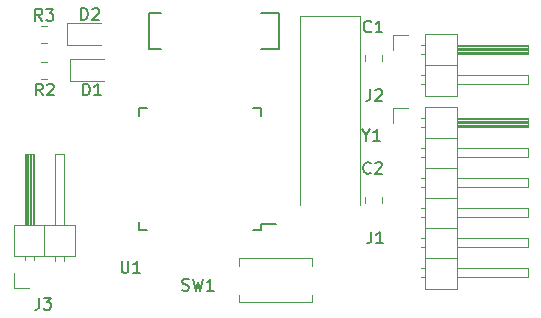
<source format=gbr>
G04 #@! TF.GenerationSoftware,KiCad,Pcbnew,(5.0.2)-1*
G04 #@! TF.CreationDate,2019-10-30T16:47:08+01:00*
G04 #@! TF.ProjectId,pcb_thesis,7063625f-7468-4657-9369-732e6b696361,rev?*
G04 #@! TF.SameCoordinates,Original*
G04 #@! TF.FileFunction,Legend,Top*
G04 #@! TF.FilePolarity,Positive*
%FSLAX46Y46*%
G04 Gerber Fmt 4.6, Leading zero omitted, Abs format (unit mm)*
G04 Created by KiCad (PCBNEW (5.0.2)-1) date 30.10.2019 16:47:08*
%MOMM*%
%LPD*%
G01*
G04 APERTURE LIST*
%ADD10C,0.150000*%
%ADD11C,0.120000*%
%ADD12R,1.700000X0.750000*%
%ADD13R,0.750000X1.700000*%
%ADD14C,0.100000*%
%ADD15C,1.350000*%
%ADD16R,1.900000X1.900000*%
%ADD17O,1.900000X1.900000*%
%ADD18R,2.200000X1.800000*%
%ADD19R,1.724000X1.724000*%
%ADD20R,2.200000X8.075000*%
G04 APERTURE END LIST*
D10*
G04 #@! TO.C,U1*
X145383000Y-80359000D02*
X145383000Y-79784000D01*
X135033000Y-80359000D02*
X135033000Y-79684000D01*
X135033000Y-70009000D02*
X135033000Y-70684000D01*
X145383000Y-70009000D02*
X145383000Y-70684000D01*
X145383000Y-80359000D02*
X144708000Y-80359000D01*
X145383000Y-70009000D02*
X144708000Y-70009000D01*
X135033000Y-70009000D02*
X135708000Y-70009000D01*
X135033000Y-80359000D02*
X135708000Y-80359000D01*
X145383000Y-79784000D02*
X146658000Y-79784000D01*
D11*
G04 #@! TO.C,C1*
X155570000Y-65518748D02*
X155570000Y-66041252D01*
X154150000Y-65518748D02*
X154150000Y-66041252D01*
G04 #@! TO.C,C2*
X154170000Y-77528748D02*
X154170000Y-78051252D01*
X155590000Y-77528748D02*
X155590000Y-78051252D01*
G04 #@! TO.C,D1*
X132064000Y-65826000D02*
X129204000Y-65826000D01*
X129204000Y-65826000D02*
X129204000Y-67746000D01*
X129204000Y-67746000D02*
X132064000Y-67746000D01*
G04 #@! TO.C,D2*
X128950000Y-64698000D02*
X131810000Y-64698000D01*
X128950000Y-62778000D02*
X128950000Y-64698000D01*
X131810000Y-62778000D02*
X128950000Y-62778000D01*
G04 #@! TO.C,J1*
X159260000Y-69920000D02*
X159260000Y-85280000D01*
X159260000Y-85280000D02*
X161920000Y-85280000D01*
X161920000Y-85280000D02*
X161920000Y-69920000D01*
X161920000Y-69920000D02*
X159260000Y-69920000D01*
X161920000Y-70870000D02*
X167920000Y-70870000D01*
X167920000Y-70870000D02*
X167920000Y-71630000D01*
X167920000Y-71630000D02*
X161920000Y-71630000D01*
X161920000Y-70930000D02*
X167920000Y-70930000D01*
X161920000Y-71050000D02*
X167920000Y-71050000D01*
X161920000Y-71170000D02*
X167920000Y-71170000D01*
X161920000Y-71290000D02*
X167920000Y-71290000D01*
X161920000Y-71410000D02*
X167920000Y-71410000D01*
X161920000Y-71530000D02*
X167920000Y-71530000D01*
X158930000Y-70870000D02*
X159260000Y-70870000D01*
X158930000Y-71630000D02*
X159260000Y-71630000D01*
X159260000Y-72520000D02*
X161920000Y-72520000D01*
X161920000Y-73410000D02*
X167920000Y-73410000D01*
X167920000Y-73410000D02*
X167920000Y-74170000D01*
X167920000Y-74170000D02*
X161920000Y-74170000D01*
X158862929Y-73410000D02*
X159260000Y-73410000D01*
X158862929Y-74170000D02*
X159260000Y-74170000D01*
X159260000Y-75060000D02*
X161920000Y-75060000D01*
X161920000Y-75950000D02*
X167920000Y-75950000D01*
X167920000Y-75950000D02*
X167920000Y-76710000D01*
X167920000Y-76710000D02*
X161920000Y-76710000D01*
X158862929Y-75950000D02*
X159260000Y-75950000D01*
X158862929Y-76710000D02*
X159260000Y-76710000D01*
X159260000Y-77600000D02*
X161920000Y-77600000D01*
X161920000Y-78490000D02*
X167920000Y-78490000D01*
X167920000Y-78490000D02*
X167920000Y-79250000D01*
X167920000Y-79250000D02*
X161920000Y-79250000D01*
X158862929Y-78490000D02*
X159260000Y-78490000D01*
X158862929Y-79250000D02*
X159260000Y-79250000D01*
X159260000Y-80140000D02*
X161920000Y-80140000D01*
X161920000Y-81030000D02*
X167920000Y-81030000D01*
X167920000Y-81030000D02*
X167920000Y-81790000D01*
X167920000Y-81790000D02*
X161920000Y-81790000D01*
X158862929Y-81030000D02*
X159260000Y-81030000D01*
X158862929Y-81790000D02*
X159260000Y-81790000D01*
X159260000Y-82680000D02*
X161920000Y-82680000D01*
X161920000Y-83570000D02*
X167920000Y-83570000D01*
X167920000Y-83570000D02*
X167920000Y-84330000D01*
X167920000Y-84330000D02*
X161920000Y-84330000D01*
X158862929Y-83570000D02*
X159260000Y-83570000D01*
X158862929Y-84330000D02*
X159260000Y-84330000D01*
X156550000Y-71250000D02*
X156550000Y-69980000D01*
X156550000Y-69980000D02*
X157820000Y-69980000D01*
G04 #@! TO.C,J2*
X156550000Y-63800000D02*
X157820000Y-63800000D01*
X156550000Y-65070000D02*
X156550000Y-63800000D01*
X158862929Y-67990000D02*
X159260000Y-67990000D01*
X158862929Y-67230000D02*
X159260000Y-67230000D01*
X167920000Y-67990000D02*
X161920000Y-67990000D01*
X167920000Y-67230000D02*
X167920000Y-67990000D01*
X161920000Y-67230000D02*
X167920000Y-67230000D01*
X159260000Y-66340000D02*
X161920000Y-66340000D01*
X158930000Y-65450000D02*
X159260000Y-65450000D01*
X158930000Y-64690000D02*
X159260000Y-64690000D01*
X161920000Y-65350000D02*
X167920000Y-65350000D01*
X161920000Y-65230000D02*
X167920000Y-65230000D01*
X161920000Y-65110000D02*
X167920000Y-65110000D01*
X161920000Y-64990000D02*
X167920000Y-64990000D01*
X161920000Y-64870000D02*
X167920000Y-64870000D01*
X161920000Y-64750000D02*
X167920000Y-64750000D01*
X167920000Y-65450000D02*
X161920000Y-65450000D01*
X167920000Y-64690000D02*
X167920000Y-65450000D01*
X161920000Y-64690000D02*
X167920000Y-64690000D01*
X161920000Y-63740000D02*
X159260000Y-63740000D01*
X161920000Y-68940000D02*
X161920000Y-63740000D01*
X159260000Y-68940000D02*
X161920000Y-68940000D01*
X159260000Y-63740000D02*
X159260000Y-68940000D01*
G04 #@! TO.C,J3*
X124400000Y-82560000D02*
X129600000Y-82560000D01*
X129600000Y-82560000D02*
X129600000Y-79900000D01*
X129600000Y-79900000D02*
X124400000Y-79900000D01*
X124400000Y-79900000D02*
X124400000Y-82560000D01*
X125350000Y-79900000D02*
X125350000Y-73900000D01*
X125350000Y-73900000D02*
X126110000Y-73900000D01*
X126110000Y-73900000D02*
X126110000Y-79900000D01*
X125410000Y-79900000D02*
X125410000Y-73900000D01*
X125530000Y-79900000D02*
X125530000Y-73900000D01*
X125650000Y-79900000D02*
X125650000Y-73900000D01*
X125770000Y-79900000D02*
X125770000Y-73900000D01*
X125890000Y-79900000D02*
X125890000Y-73900000D01*
X126010000Y-79900000D02*
X126010000Y-73900000D01*
X125350000Y-82890000D02*
X125350000Y-82560000D01*
X126110000Y-82890000D02*
X126110000Y-82560000D01*
X127000000Y-82560000D02*
X127000000Y-79900000D01*
X127890000Y-79900000D02*
X127890000Y-73900000D01*
X127890000Y-73900000D02*
X128650000Y-73900000D01*
X128650000Y-73900000D02*
X128650000Y-79900000D01*
X127890000Y-82957071D02*
X127890000Y-82560000D01*
X128650000Y-82957071D02*
X128650000Y-82560000D01*
X125730000Y-85270000D02*
X124460000Y-85270000D01*
X124460000Y-85270000D02*
X124460000Y-84000000D01*
G04 #@! TO.C,R2*
X127261252Y-67496000D02*
X126738748Y-67496000D01*
X127261252Y-66076000D02*
X126738748Y-66076000D01*
G04 #@! TO.C,R3*
X127261252Y-64448000D02*
X126738748Y-64448000D01*
X127261252Y-63028000D02*
X126738748Y-63028000D01*
G04 #@! TO.C,SW1*
X143458000Y-86432000D02*
X143458000Y-85782000D01*
X143458000Y-82732000D02*
X143458000Y-83382000D01*
X149658000Y-83382000D02*
X149658000Y-82732000D01*
X149658000Y-86432000D02*
X149658000Y-85782000D01*
X143458000Y-86432000D02*
X149658000Y-86432000D01*
X149658000Y-82732000D02*
X143458000Y-82732000D01*
D10*
G04 #@! TO.C,SW3*
X145350000Y-64980000D02*
X146350000Y-64980000D01*
X146350000Y-64980000D02*
X146850000Y-64980000D01*
X146850000Y-64980000D02*
X146850000Y-61980000D01*
X146850000Y-61980000D02*
X145350000Y-61980000D01*
X136850000Y-64980000D02*
X135850000Y-64980000D01*
X135850000Y-64980000D02*
X135850000Y-61980000D01*
X135850000Y-61980000D02*
X136850000Y-61980000D01*
D11*
G04 #@! TO.C,Y1*
X153720000Y-78210000D02*
X153720000Y-62235000D01*
X153720000Y-62235000D02*
X148620000Y-62235000D01*
X148620000Y-62235000D02*
X148620000Y-78210000D01*
G04 #@! TO.C,U1*
D10*
X133548095Y-82952380D02*
X133548095Y-83761904D01*
X133595714Y-83857142D01*
X133643333Y-83904761D01*
X133738571Y-83952380D01*
X133929047Y-83952380D01*
X134024285Y-83904761D01*
X134071904Y-83857142D01*
X134119523Y-83761904D01*
X134119523Y-82952380D01*
X135119523Y-83952380D02*
X134548095Y-83952380D01*
X134833809Y-83952380D02*
X134833809Y-82952380D01*
X134738571Y-83095238D01*
X134643333Y-83190476D01*
X134548095Y-83238095D01*
G04 #@! TO.C,C1*
X154669333Y-63501142D02*
X154621714Y-63548761D01*
X154478857Y-63596380D01*
X154383619Y-63596380D01*
X154240761Y-63548761D01*
X154145523Y-63453523D01*
X154097904Y-63358285D01*
X154050285Y-63167809D01*
X154050285Y-63024952D01*
X154097904Y-62834476D01*
X154145523Y-62739238D01*
X154240761Y-62644000D01*
X154383619Y-62596380D01*
X154478857Y-62596380D01*
X154621714Y-62644000D01*
X154669333Y-62691619D01*
X155621714Y-63596380D02*
X155050285Y-63596380D01*
X155336000Y-63596380D02*
X155336000Y-62596380D01*
X155240761Y-62739238D01*
X155145523Y-62834476D01*
X155050285Y-62882095D01*
G04 #@! TO.C,C2*
X154629333Y-75473142D02*
X154581714Y-75520761D01*
X154438857Y-75568380D01*
X154343619Y-75568380D01*
X154200761Y-75520761D01*
X154105523Y-75425523D01*
X154057904Y-75330285D01*
X154010285Y-75139809D01*
X154010285Y-74996952D01*
X154057904Y-74806476D01*
X154105523Y-74711238D01*
X154200761Y-74616000D01*
X154343619Y-74568380D01*
X154438857Y-74568380D01*
X154581714Y-74616000D01*
X154629333Y-74663619D01*
X155010285Y-74663619D02*
X155057904Y-74616000D01*
X155153142Y-74568380D01*
X155391238Y-74568380D01*
X155486476Y-74616000D01*
X155534095Y-74663619D01*
X155581714Y-74758857D01*
X155581714Y-74854095D01*
X155534095Y-74996952D01*
X154962666Y-75568380D01*
X155581714Y-75568380D01*
G04 #@! TO.C,D1*
X130271904Y-68922380D02*
X130271904Y-67922380D01*
X130510000Y-67922380D01*
X130652857Y-67970000D01*
X130748095Y-68065238D01*
X130795714Y-68160476D01*
X130843333Y-68350952D01*
X130843333Y-68493809D01*
X130795714Y-68684285D01*
X130748095Y-68779523D01*
X130652857Y-68874761D01*
X130510000Y-68922380D01*
X130271904Y-68922380D01*
X131795714Y-68922380D02*
X131224285Y-68922380D01*
X131510000Y-68922380D02*
X131510000Y-67922380D01*
X131414761Y-68065238D01*
X131319523Y-68160476D01*
X131224285Y-68208095D01*
G04 #@! TO.C,D2*
X130121904Y-62532380D02*
X130121904Y-61532380D01*
X130360000Y-61532380D01*
X130502857Y-61580000D01*
X130598095Y-61675238D01*
X130645714Y-61770476D01*
X130693333Y-61960952D01*
X130693333Y-62103809D01*
X130645714Y-62294285D01*
X130598095Y-62389523D01*
X130502857Y-62484761D01*
X130360000Y-62532380D01*
X130121904Y-62532380D01*
X131074285Y-61627619D02*
X131121904Y-61580000D01*
X131217142Y-61532380D01*
X131455238Y-61532380D01*
X131550476Y-61580000D01*
X131598095Y-61627619D01*
X131645714Y-61722857D01*
X131645714Y-61818095D01*
X131598095Y-61960952D01*
X131026666Y-62532380D01*
X131645714Y-62532380D01*
G04 #@! TO.C,J1*
X154666666Y-80452380D02*
X154666666Y-81166666D01*
X154619047Y-81309523D01*
X154523809Y-81404761D01*
X154380952Y-81452380D01*
X154285714Y-81452380D01*
X155666666Y-81452380D02*
X155095238Y-81452380D01*
X155380952Y-81452380D02*
X155380952Y-80452380D01*
X155285714Y-80595238D01*
X155190476Y-80690476D01*
X155095238Y-80738095D01*
G04 #@! TO.C,J2*
X154606666Y-68382380D02*
X154606666Y-69096666D01*
X154559047Y-69239523D01*
X154463809Y-69334761D01*
X154320952Y-69382380D01*
X154225714Y-69382380D01*
X155035238Y-68477619D02*
X155082857Y-68430000D01*
X155178095Y-68382380D01*
X155416190Y-68382380D01*
X155511428Y-68430000D01*
X155559047Y-68477619D01*
X155606666Y-68572857D01*
X155606666Y-68668095D01*
X155559047Y-68810952D01*
X154987619Y-69382380D01*
X155606666Y-69382380D01*
G04 #@! TO.C,J3*
X126556666Y-86052380D02*
X126556666Y-86766666D01*
X126509047Y-86909523D01*
X126413809Y-87004761D01*
X126270952Y-87052380D01*
X126175714Y-87052380D01*
X126937619Y-86052380D02*
X127556666Y-86052380D01*
X127223333Y-86433333D01*
X127366190Y-86433333D01*
X127461428Y-86480952D01*
X127509047Y-86528571D01*
X127556666Y-86623809D01*
X127556666Y-86861904D01*
X127509047Y-86957142D01*
X127461428Y-87004761D01*
X127366190Y-87052380D01*
X127080476Y-87052380D01*
X126985238Y-87004761D01*
X126937619Y-86957142D01*
G04 #@! TO.C,R2*
X126853333Y-68922380D02*
X126520000Y-68446190D01*
X126281904Y-68922380D02*
X126281904Y-67922380D01*
X126662857Y-67922380D01*
X126758095Y-67970000D01*
X126805714Y-68017619D01*
X126853333Y-68112857D01*
X126853333Y-68255714D01*
X126805714Y-68350952D01*
X126758095Y-68398571D01*
X126662857Y-68446190D01*
X126281904Y-68446190D01*
X127234285Y-68017619D02*
X127281904Y-67970000D01*
X127377142Y-67922380D01*
X127615238Y-67922380D01*
X127710476Y-67970000D01*
X127758095Y-68017619D01*
X127805714Y-68112857D01*
X127805714Y-68208095D01*
X127758095Y-68350952D01*
X127186666Y-68922380D01*
X127805714Y-68922380D01*
G04 #@! TO.C,R3*
X126823333Y-62592380D02*
X126490000Y-62116190D01*
X126251904Y-62592380D02*
X126251904Y-61592380D01*
X126632857Y-61592380D01*
X126728095Y-61640000D01*
X126775714Y-61687619D01*
X126823333Y-61782857D01*
X126823333Y-61925714D01*
X126775714Y-62020952D01*
X126728095Y-62068571D01*
X126632857Y-62116190D01*
X126251904Y-62116190D01*
X127156666Y-61592380D02*
X127775714Y-61592380D01*
X127442380Y-61973333D01*
X127585238Y-61973333D01*
X127680476Y-62020952D01*
X127728095Y-62068571D01*
X127775714Y-62163809D01*
X127775714Y-62401904D01*
X127728095Y-62497142D01*
X127680476Y-62544761D01*
X127585238Y-62592380D01*
X127299523Y-62592380D01*
X127204285Y-62544761D01*
X127156666Y-62497142D01*
G04 #@! TO.C,SW1*
X138666666Y-85404761D02*
X138809523Y-85452380D01*
X139047619Y-85452380D01*
X139142857Y-85404761D01*
X139190476Y-85357142D01*
X139238095Y-85261904D01*
X139238095Y-85166666D01*
X139190476Y-85071428D01*
X139142857Y-85023809D01*
X139047619Y-84976190D01*
X138857142Y-84928571D01*
X138761904Y-84880952D01*
X138714285Y-84833333D01*
X138666666Y-84738095D01*
X138666666Y-84642857D01*
X138714285Y-84547619D01*
X138761904Y-84500000D01*
X138857142Y-84452380D01*
X139095238Y-84452380D01*
X139238095Y-84500000D01*
X139571428Y-84452380D02*
X139809523Y-85452380D01*
X140000000Y-84738095D01*
X140190476Y-85452380D01*
X140428571Y-84452380D01*
X141333333Y-85452380D02*
X140761904Y-85452380D01*
X141047619Y-85452380D02*
X141047619Y-84452380D01*
X140952380Y-84595238D01*
X140857142Y-84690476D01*
X140761904Y-84738095D01*
G04 #@! TO.C,Y1*
X154243809Y-72286190D02*
X154243809Y-72762380D01*
X153910476Y-71762380D02*
X154243809Y-72286190D01*
X154577142Y-71762380D01*
X155434285Y-72762380D02*
X154862857Y-72762380D01*
X155148571Y-72762380D02*
X155148571Y-71762380D01*
X155053333Y-71905238D01*
X154958095Y-72000476D01*
X154862857Y-72048095D01*
G04 #@! TD*
%LPC*%
D12*
G04 #@! TO.C,U1*
X145908000Y-79184000D03*
X145908000Y-78384000D03*
X145908000Y-77584000D03*
X145908000Y-76784000D03*
X145908000Y-75984000D03*
X145908000Y-75184000D03*
X145908000Y-74384000D03*
X145908000Y-73584000D03*
X145908000Y-72784000D03*
X145908000Y-71984000D03*
X145908000Y-71184000D03*
D13*
X144208000Y-69484000D03*
X143408000Y-69484000D03*
X142608000Y-69484000D03*
X141808000Y-69484000D03*
X141008000Y-69484000D03*
X140208000Y-69484000D03*
X139408000Y-69484000D03*
X138608000Y-69484000D03*
X137808000Y-69484000D03*
X137008000Y-69484000D03*
X136208000Y-69484000D03*
D12*
X134508000Y-71184000D03*
X134508000Y-71984000D03*
X134508000Y-72784000D03*
X134508000Y-73584000D03*
X134508000Y-74384000D03*
X134508000Y-75184000D03*
X134508000Y-75984000D03*
X134508000Y-76784000D03*
X134508000Y-77584000D03*
X134508000Y-78384000D03*
X134508000Y-79184000D03*
D13*
X136208000Y-80884000D03*
X137008000Y-80884000D03*
X137808000Y-80884000D03*
X138608000Y-80884000D03*
X139408000Y-80884000D03*
X140208000Y-80884000D03*
X141008000Y-80884000D03*
X141808000Y-80884000D03*
X142608000Y-80884000D03*
X143408000Y-80884000D03*
X144208000Y-80884000D03*
G04 #@! TD*
D14*
G04 #@! TO.C,C1*
G36*
X155395289Y-64081413D02*
X155423778Y-64085639D01*
X155451715Y-64092637D01*
X155478832Y-64102340D01*
X155504867Y-64114653D01*
X155529570Y-64129460D01*
X155552703Y-64146616D01*
X155574043Y-64165957D01*
X155593384Y-64187297D01*
X155610540Y-64210430D01*
X155625347Y-64235133D01*
X155637660Y-64261168D01*
X155647363Y-64288285D01*
X155654361Y-64316222D01*
X155658587Y-64344711D01*
X155660000Y-64373477D01*
X155660000Y-65136523D01*
X155658587Y-65165289D01*
X155654361Y-65193778D01*
X155647363Y-65221715D01*
X155637660Y-65248832D01*
X155625347Y-65274867D01*
X155610540Y-65299570D01*
X155593384Y-65322703D01*
X155574043Y-65344043D01*
X155552703Y-65363384D01*
X155529570Y-65380540D01*
X155504867Y-65395347D01*
X155478832Y-65407660D01*
X155451715Y-65417363D01*
X155423778Y-65424361D01*
X155395289Y-65428587D01*
X155366523Y-65430000D01*
X154353477Y-65430000D01*
X154324711Y-65428587D01*
X154296222Y-65424361D01*
X154268285Y-65417363D01*
X154241168Y-65407660D01*
X154215133Y-65395347D01*
X154190430Y-65380540D01*
X154167297Y-65363384D01*
X154145957Y-65344043D01*
X154126616Y-65322703D01*
X154109460Y-65299570D01*
X154094653Y-65274867D01*
X154082340Y-65248832D01*
X154072637Y-65221715D01*
X154065639Y-65193778D01*
X154061413Y-65165289D01*
X154060000Y-65136523D01*
X154060000Y-64373477D01*
X154061413Y-64344711D01*
X154065639Y-64316222D01*
X154072637Y-64288285D01*
X154082340Y-64261168D01*
X154094653Y-64235133D01*
X154109460Y-64210430D01*
X154126616Y-64187297D01*
X154145957Y-64165957D01*
X154167297Y-64146616D01*
X154190430Y-64129460D01*
X154215133Y-64114653D01*
X154241168Y-64102340D01*
X154268285Y-64092637D01*
X154296222Y-64085639D01*
X154324711Y-64081413D01*
X154353477Y-64080000D01*
X155366523Y-64080000D01*
X155395289Y-64081413D01*
X155395289Y-64081413D01*
G37*
D15*
X154860000Y-64755000D03*
D14*
G36*
X155395289Y-66131413D02*
X155423778Y-66135639D01*
X155451715Y-66142637D01*
X155478832Y-66152340D01*
X155504867Y-66164653D01*
X155529570Y-66179460D01*
X155552703Y-66196616D01*
X155574043Y-66215957D01*
X155593384Y-66237297D01*
X155610540Y-66260430D01*
X155625347Y-66285133D01*
X155637660Y-66311168D01*
X155647363Y-66338285D01*
X155654361Y-66366222D01*
X155658587Y-66394711D01*
X155660000Y-66423477D01*
X155660000Y-67186523D01*
X155658587Y-67215289D01*
X155654361Y-67243778D01*
X155647363Y-67271715D01*
X155637660Y-67298832D01*
X155625347Y-67324867D01*
X155610540Y-67349570D01*
X155593384Y-67372703D01*
X155574043Y-67394043D01*
X155552703Y-67413384D01*
X155529570Y-67430540D01*
X155504867Y-67445347D01*
X155478832Y-67457660D01*
X155451715Y-67467363D01*
X155423778Y-67474361D01*
X155395289Y-67478587D01*
X155366523Y-67480000D01*
X154353477Y-67480000D01*
X154324711Y-67478587D01*
X154296222Y-67474361D01*
X154268285Y-67467363D01*
X154241168Y-67457660D01*
X154215133Y-67445347D01*
X154190430Y-67430540D01*
X154167297Y-67413384D01*
X154145957Y-67394043D01*
X154126616Y-67372703D01*
X154109460Y-67349570D01*
X154094653Y-67324867D01*
X154082340Y-67298832D01*
X154072637Y-67271715D01*
X154065639Y-67243778D01*
X154061413Y-67215289D01*
X154060000Y-67186523D01*
X154060000Y-66423477D01*
X154061413Y-66394711D01*
X154065639Y-66366222D01*
X154072637Y-66338285D01*
X154082340Y-66311168D01*
X154094653Y-66285133D01*
X154109460Y-66260430D01*
X154126616Y-66237297D01*
X154145957Y-66215957D01*
X154167297Y-66196616D01*
X154190430Y-66179460D01*
X154215133Y-66164653D01*
X154241168Y-66152340D01*
X154268285Y-66142637D01*
X154296222Y-66135639D01*
X154324711Y-66131413D01*
X154353477Y-66130000D01*
X155366523Y-66130000D01*
X155395289Y-66131413D01*
X155395289Y-66131413D01*
G37*
D15*
X154860000Y-66805000D03*
G04 #@! TD*
D14*
G04 #@! TO.C,C2*
G36*
X155415289Y-78141413D02*
X155443778Y-78145639D01*
X155471715Y-78152637D01*
X155498832Y-78162340D01*
X155524867Y-78174653D01*
X155549570Y-78189460D01*
X155572703Y-78206616D01*
X155594043Y-78225957D01*
X155613384Y-78247297D01*
X155630540Y-78270430D01*
X155645347Y-78295133D01*
X155657660Y-78321168D01*
X155667363Y-78348285D01*
X155674361Y-78376222D01*
X155678587Y-78404711D01*
X155680000Y-78433477D01*
X155680000Y-79196523D01*
X155678587Y-79225289D01*
X155674361Y-79253778D01*
X155667363Y-79281715D01*
X155657660Y-79308832D01*
X155645347Y-79334867D01*
X155630540Y-79359570D01*
X155613384Y-79382703D01*
X155594043Y-79404043D01*
X155572703Y-79423384D01*
X155549570Y-79440540D01*
X155524867Y-79455347D01*
X155498832Y-79467660D01*
X155471715Y-79477363D01*
X155443778Y-79484361D01*
X155415289Y-79488587D01*
X155386523Y-79490000D01*
X154373477Y-79490000D01*
X154344711Y-79488587D01*
X154316222Y-79484361D01*
X154288285Y-79477363D01*
X154261168Y-79467660D01*
X154235133Y-79455347D01*
X154210430Y-79440540D01*
X154187297Y-79423384D01*
X154165957Y-79404043D01*
X154146616Y-79382703D01*
X154129460Y-79359570D01*
X154114653Y-79334867D01*
X154102340Y-79308832D01*
X154092637Y-79281715D01*
X154085639Y-79253778D01*
X154081413Y-79225289D01*
X154080000Y-79196523D01*
X154080000Y-78433477D01*
X154081413Y-78404711D01*
X154085639Y-78376222D01*
X154092637Y-78348285D01*
X154102340Y-78321168D01*
X154114653Y-78295133D01*
X154129460Y-78270430D01*
X154146616Y-78247297D01*
X154165957Y-78225957D01*
X154187297Y-78206616D01*
X154210430Y-78189460D01*
X154235133Y-78174653D01*
X154261168Y-78162340D01*
X154288285Y-78152637D01*
X154316222Y-78145639D01*
X154344711Y-78141413D01*
X154373477Y-78140000D01*
X155386523Y-78140000D01*
X155415289Y-78141413D01*
X155415289Y-78141413D01*
G37*
D15*
X154880000Y-78815000D03*
D14*
G36*
X155415289Y-76091413D02*
X155443778Y-76095639D01*
X155471715Y-76102637D01*
X155498832Y-76112340D01*
X155524867Y-76124653D01*
X155549570Y-76139460D01*
X155572703Y-76156616D01*
X155594043Y-76175957D01*
X155613384Y-76197297D01*
X155630540Y-76220430D01*
X155645347Y-76245133D01*
X155657660Y-76271168D01*
X155667363Y-76298285D01*
X155674361Y-76326222D01*
X155678587Y-76354711D01*
X155680000Y-76383477D01*
X155680000Y-77146523D01*
X155678587Y-77175289D01*
X155674361Y-77203778D01*
X155667363Y-77231715D01*
X155657660Y-77258832D01*
X155645347Y-77284867D01*
X155630540Y-77309570D01*
X155613384Y-77332703D01*
X155594043Y-77354043D01*
X155572703Y-77373384D01*
X155549570Y-77390540D01*
X155524867Y-77405347D01*
X155498832Y-77417660D01*
X155471715Y-77427363D01*
X155443778Y-77434361D01*
X155415289Y-77438587D01*
X155386523Y-77440000D01*
X154373477Y-77440000D01*
X154344711Y-77438587D01*
X154316222Y-77434361D01*
X154288285Y-77427363D01*
X154261168Y-77417660D01*
X154235133Y-77405347D01*
X154210430Y-77390540D01*
X154187297Y-77373384D01*
X154165957Y-77354043D01*
X154146616Y-77332703D01*
X154129460Y-77309570D01*
X154114653Y-77284867D01*
X154102340Y-77258832D01*
X154092637Y-77231715D01*
X154085639Y-77203778D01*
X154081413Y-77175289D01*
X154080000Y-77146523D01*
X154080000Y-76383477D01*
X154081413Y-76354711D01*
X154085639Y-76326222D01*
X154092637Y-76298285D01*
X154102340Y-76271168D01*
X154114653Y-76245133D01*
X154129460Y-76220430D01*
X154146616Y-76197297D01*
X154165957Y-76175957D01*
X154187297Y-76156616D01*
X154210430Y-76139460D01*
X154235133Y-76124653D01*
X154261168Y-76112340D01*
X154288285Y-76102637D01*
X154316222Y-76095639D01*
X154344711Y-76091413D01*
X154373477Y-76090000D01*
X155386523Y-76090000D01*
X155415289Y-76091413D01*
X155415289Y-76091413D01*
G37*
D15*
X154880000Y-76765000D03*
G04 #@! TD*
D14*
G04 #@! TO.C,D1*
G36*
X130449289Y-65987413D02*
X130477778Y-65991639D01*
X130505715Y-65998637D01*
X130532832Y-66008340D01*
X130558867Y-66020653D01*
X130583570Y-66035460D01*
X130606703Y-66052616D01*
X130628043Y-66071957D01*
X130647384Y-66093297D01*
X130664540Y-66116430D01*
X130679347Y-66141133D01*
X130691660Y-66167168D01*
X130701363Y-66194285D01*
X130708361Y-66222222D01*
X130712587Y-66250711D01*
X130714000Y-66279477D01*
X130714000Y-67292523D01*
X130712587Y-67321289D01*
X130708361Y-67349778D01*
X130701363Y-67377715D01*
X130691660Y-67404832D01*
X130679347Y-67430867D01*
X130664540Y-67455570D01*
X130647384Y-67478703D01*
X130628043Y-67500043D01*
X130606703Y-67519384D01*
X130583570Y-67536540D01*
X130558867Y-67551347D01*
X130532832Y-67563660D01*
X130505715Y-67573363D01*
X130477778Y-67580361D01*
X130449289Y-67584587D01*
X130420523Y-67586000D01*
X129657477Y-67586000D01*
X129628711Y-67584587D01*
X129600222Y-67580361D01*
X129572285Y-67573363D01*
X129545168Y-67563660D01*
X129519133Y-67551347D01*
X129494430Y-67536540D01*
X129471297Y-67519384D01*
X129449957Y-67500043D01*
X129430616Y-67478703D01*
X129413460Y-67455570D01*
X129398653Y-67430867D01*
X129386340Y-67404832D01*
X129376637Y-67377715D01*
X129369639Y-67349778D01*
X129365413Y-67321289D01*
X129364000Y-67292523D01*
X129364000Y-66279477D01*
X129365413Y-66250711D01*
X129369639Y-66222222D01*
X129376637Y-66194285D01*
X129386340Y-66167168D01*
X129398653Y-66141133D01*
X129413460Y-66116430D01*
X129430616Y-66093297D01*
X129449957Y-66071957D01*
X129471297Y-66052616D01*
X129494430Y-66035460D01*
X129519133Y-66020653D01*
X129545168Y-66008340D01*
X129572285Y-65998637D01*
X129600222Y-65991639D01*
X129628711Y-65987413D01*
X129657477Y-65986000D01*
X130420523Y-65986000D01*
X130449289Y-65987413D01*
X130449289Y-65987413D01*
G37*
D15*
X130039000Y-66786000D03*
D14*
G36*
X132499289Y-65987413D02*
X132527778Y-65991639D01*
X132555715Y-65998637D01*
X132582832Y-66008340D01*
X132608867Y-66020653D01*
X132633570Y-66035460D01*
X132656703Y-66052616D01*
X132678043Y-66071957D01*
X132697384Y-66093297D01*
X132714540Y-66116430D01*
X132729347Y-66141133D01*
X132741660Y-66167168D01*
X132751363Y-66194285D01*
X132758361Y-66222222D01*
X132762587Y-66250711D01*
X132764000Y-66279477D01*
X132764000Y-67292523D01*
X132762587Y-67321289D01*
X132758361Y-67349778D01*
X132751363Y-67377715D01*
X132741660Y-67404832D01*
X132729347Y-67430867D01*
X132714540Y-67455570D01*
X132697384Y-67478703D01*
X132678043Y-67500043D01*
X132656703Y-67519384D01*
X132633570Y-67536540D01*
X132608867Y-67551347D01*
X132582832Y-67563660D01*
X132555715Y-67573363D01*
X132527778Y-67580361D01*
X132499289Y-67584587D01*
X132470523Y-67586000D01*
X131707477Y-67586000D01*
X131678711Y-67584587D01*
X131650222Y-67580361D01*
X131622285Y-67573363D01*
X131595168Y-67563660D01*
X131569133Y-67551347D01*
X131544430Y-67536540D01*
X131521297Y-67519384D01*
X131499957Y-67500043D01*
X131480616Y-67478703D01*
X131463460Y-67455570D01*
X131448653Y-67430867D01*
X131436340Y-67404832D01*
X131426637Y-67377715D01*
X131419639Y-67349778D01*
X131415413Y-67321289D01*
X131414000Y-67292523D01*
X131414000Y-66279477D01*
X131415413Y-66250711D01*
X131419639Y-66222222D01*
X131426637Y-66194285D01*
X131436340Y-66167168D01*
X131448653Y-66141133D01*
X131463460Y-66116430D01*
X131480616Y-66093297D01*
X131499957Y-66071957D01*
X131521297Y-66052616D01*
X131544430Y-66035460D01*
X131569133Y-66020653D01*
X131595168Y-66008340D01*
X131622285Y-65998637D01*
X131650222Y-65991639D01*
X131678711Y-65987413D01*
X131707477Y-65986000D01*
X132470523Y-65986000D01*
X132499289Y-65987413D01*
X132499289Y-65987413D01*
G37*
D15*
X132089000Y-66786000D03*
G04 #@! TD*
D14*
G04 #@! TO.C,D2*
G36*
X132245289Y-62939413D02*
X132273778Y-62943639D01*
X132301715Y-62950637D01*
X132328832Y-62960340D01*
X132354867Y-62972653D01*
X132379570Y-62987460D01*
X132402703Y-63004616D01*
X132424043Y-63023957D01*
X132443384Y-63045297D01*
X132460540Y-63068430D01*
X132475347Y-63093133D01*
X132487660Y-63119168D01*
X132497363Y-63146285D01*
X132504361Y-63174222D01*
X132508587Y-63202711D01*
X132510000Y-63231477D01*
X132510000Y-64244523D01*
X132508587Y-64273289D01*
X132504361Y-64301778D01*
X132497363Y-64329715D01*
X132487660Y-64356832D01*
X132475347Y-64382867D01*
X132460540Y-64407570D01*
X132443384Y-64430703D01*
X132424043Y-64452043D01*
X132402703Y-64471384D01*
X132379570Y-64488540D01*
X132354867Y-64503347D01*
X132328832Y-64515660D01*
X132301715Y-64525363D01*
X132273778Y-64532361D01*
X132245289Y-64536587D01*
X132216523Y-64538000D01*
X131453477Y-64538000D01*
X131424711Y-64536587D01*
X131396222Y-64532361D01*
X131368285Y-64525363D01*
X131341168Y-64515660D01*
X131315133Y-64503347D01*
X131290430Y-64488540D01*
X131267297Y-64471384D01*
X131245957Y-64452043D01*
X131226616Y-64430703D01*
X131209460Y-64407570D01*
X131194653Y-64382867D01*
X131182340Y-64356832D01*
X131172637Y-64329715D01*
X131165639Y-64301778D01*
X131161413Y-64273289D01*
X131160000Y-64244523D01*
X131160000Y-63231477D01*
X131161413Y-63202711D01*
X131165639Y-63174222D01*
X131172637Y-63146285D01*
X131182340Y-63119168D01*
X131194653Y-63093133D01*
X131209460Y-63068430D01*
X131226616Y-63045297D01*
X131245957Y-63023957D01*
X131267297Y-63004616D01*
X131290430Y-62987460D01*
X131315133Y-62972653D01*
X131341168Y-62960340D01*
X131368285Y-62950637D01*
X131396222Y-62943639D01*
X131424711Y-62939413D01*
X131453477Y-62938000D01*
X132216523Y-62938000D01*
X132245289Y-62939413D01*
X132245289Y-62939413D01*
G37*
D15*
X131835000Y-63738000D03*
D14*
G36*
X130195289Y-62939413D02*
X130223778Y-62943639D01*
X130251715Y-62950637D01*
X130278832Y-62960340D01*
X130304867Y-62972653D01*
X130329570Y-62987460D01*
X130352703Y-63004616D01*
X130374043Y-63023957D01*
X130393384Y-63045297D01*
X130410540Y-63068430D01*
X130425347Y-63093133D01*
X130437660Y-63119168D01*
X130447363Y-63146285D01*
X130454361Y-63174222D01*
X130458587Y-63202711D01*
X130460000Y-63231477D01*
X130460000Y-64244523D01*
X130458587Y-64273289D01*
X130454361Y-64301778D01*
X130447363Y-64329715D01*
X130437660Y-64356832D01*
X130425347Y-64382867D01*
X130410540Y-64407570D01*
X130393384Y-64430703D01*
X130374043Y-64452043D01*
X130352703Y-64471384D01*
X130329570Y-64488540D01*
X130304867Y-64503347D01*
X130278832Y-64515660D01*
X130251715Y-64525363D01*
X130223778Y-64532361D01*
X130195289Y-64536587D01*
X130166523Y-64538000D01*
X129403477Y-64538000D01*
X129374711Y-64536587D01*
X129346222Y-64532361D01*
X129318285Y-64525363D01*
X129291168Y-64515660D01*
X129265133Y-64503347D01*
X129240430Y-64488540D01*
X129217297Y-64471384D01*
X129195957Y-64452043D01*
X129176616Y-64430703D01*
X129159460Y-64407570D01*
X129144653Y-64382867D01*
X129132340Y-64356832D01*
X129122637Y-64329715D01*
X129115639Y-64301778D01*
X129111413Y-64273289D01*
X129110000Y-64244523D01*
X129110000Y-63231477D01*
X129111413Y-63202711D01*
X129115639Y-63174222D01*
X129122637Y-63146285D01*
X129132340Y-63119168D01*
X129144653Y-63093133D01*
X129159460Y-63068430D01*
X129176616Y-63045297D01*
X129195957Y-63023957D01*
X129217297Y-63004616D01*
X129240430Y-62987460D01*
X129265133Y-62972653D01*
X129291168Y-62960340D01*
X129318285Y-62950637D01*
X129346222Y-62943639D01*
X129374711Y-62939413D01*
X129403477Y-62938000D01*
X130166523Y-62938000D01*
X130195289Y-62939413D01*
X130195289Y-62939413D01*
G37*
D15*
X129785000Y-63738000D03*
G04 #@! TD*
D16*
G04 #@! TO.C,J1*
X157820000Y-71250000D03*
D17*
X157820000Y-73790000D03*
X157820000Y-76330000D03*
X157820000Y-78870000D03*
X157820000Y-81410000D03*
X157820000Y-83950000D03*
G04 #@! TD*
G04 #@! TO.C,J2*
X157820000Y-67610000D03*
D16*
X157820000Y-65070000D03*
G04 #@! TD*
G04 #@! TO.C,J3*
X125730000Y-84000000D03*
D17*
X128270000Y-84000000D03*
G04 #@! TD*
D14*
G04 #@! TO.C,R2*
G36*
X128435289Y-65987413D02*
X128463778Y-65991639D01*
X128491715Y-65998637D01*
X128518832Y-66008340D01*
X128544867Y-66020653D01*
X128569570Y-66035460D01*
X128592703Y-66052616D01*
X128614043Y-66071957D01*
X128633384Y-66093297D01*
X128650540Y-66116430D01*
X128665347Y-66141133D01*
X128677660Y-66167168D01*
X128687363Y-66194285D01*
X128694361Y-66222222D01*
X128698587Y-66250711D01*
X128700000Y-66279477D01*
X128700000Y-67292523D01*
X128698587Y-67321289D01*
X128694361Y-67349778D01*
X128687363Y-67377715D01*
X128677660Y-67404832D01*
X128665347Y-67430867D01*
X128650540Y-67455570D01*
X128633384Y-67478703D01*
X128614043Y-67500043D01*
X128592703Y-67519384D01*
X128569570Y-67536540D01*
X128544867Y-67551347D01*
X128518832Y-67563660D01*
X128491715Y-67573363D01*
X128463778Y-67580361D01*
X128435289Y-67584587D01*
X128406523Y-67586000D01*
X127643477Y-67586000D01*
X127614711Y-67584587D01*
X127586222Y-67580361D01*
X127558285Y-67573363D01*
X127531168Y-67563660D01*
X127505133Y-67551347D01*
X127480430Y-67536540D01*
X127457297Y-67519384D01*
X127435957Y-67500043D01*
X127416616Y-67478703D01*
X127399460Y-67455570D01*
X127384653Y-67430867D01*
X127372340Y-67404832D01*
X127362637Y-67377715D01*
X127355639Y-67349778D01*
X127351413Y-67321289D01*
X127350000Y-67292523D01*
X127350000Y-66279477D01*
X127351413Y-66250711D01*
X127355639Y-66222222D01*
X127362637Y-66194285D01*
X127372340Y-66167168D01*
X127384653Y-66141133D01*
X127399460Y-66116430D01*
X127416616Y-66093297D01*
X127435957Y-66071957D01*
X127457297Y-66052616D01*
X127480430Y-66035460D01*
X127505133Y-66020653D01*
X127531168Y-66008340D01*
X127558285Y-65998637D01*
X127586222Y-65991639D01*
X127614711Y-65987413D01*
X127643477Y-65986000D01*
X128406523Y-65986000D01*
X128435289Y-65987413D01*
X128435289Y-65987413D01*
G37*
D15*
X128025000Y-66786000D03*
D14*
G36*
X126385289Y-65987413D02*
X126413778Y-65991639D01*
X126441715Y-65998637D01*
X126468832Y-66008340D01*
X126494867Y-66020653D01*
X126519570Y-66035460D01*
X126542703Y-66052616D01*
X126564043Y-66071957D01*
X126583384Y-66093297D01*
X126600540Y-66116430D01*
X126615347Y-66141133D01*
X126627660Y-66167168D01*
X126637363Y-66194285D01*
X126644361Y-66222222D01*
X126648587Y-66250711D01*
X126650000Y-66279477D01*
X126650000Y-67292523D01*
X126648587Y-67321289D01*
X126644361Y-67349778D01*
X126637363Y-67377715D01*
X126627660Y-67404832D01*
X126615347Y-67430867D01*
X126600540Y-67455570D01*
X126583384Y-67478703D01*
X126564043Y-67500043D01*
X126542703Y-67519384D01*
X126519570Y-67536540D01*
X126494867Y-67551347D01*
X126468832Y-67563660D01*
X126441715Y-67573363D01*
X126413778Y-67580361D01*
X126385289Y-67584587D01*
X126356523Y-67586000D01*
X125593477Y-67586000D01*
X125564711Y-67584587D01*
X125536222Y-67580361D01*
X125508285Y-67573363D01*
X125481168Y-67563660D01*
X125455133Y-67551347D01*
X125430430Y-67536540D01*
X125407297Y-67519384D01*
X125385957Y-67500043D01*
X125366616Y-67478703D01*
X125349460Y-67455570D01*
X125334653Y-67430867D01*
X125322340Y-67404832D01*
X125312637Y-67377715D01*
X125305639Y-67349778D01*
X125301413Y-67321289D01*
X125300000Y-67292523D01*
X125300000Y-66279477D01*
X125301413Y-66250711D01*
X125305639Y-66222222D01*
X125312637Y-66194285D01*
X125322340Y-66167168D01*
X125334653Y-66141133D01*
X125349460Y-66116430D01*
X125366616Y-66093297D01*
X125385957Y-66071957D01*
X125407297Y-66052616D01*
X125430430Y-66035460D01*
X125455133Y-66020653D01*
X125481168Y-66008340D01*
X125508285Y-65998637D01*
X125536222Y-65991639D01*
X125564711Y-65987413D01*
X125593477Y-65986000D01*
X126356523Y-65986000D01*
X126385289Y-65987413D01*
X126385289Y-65987413D01*
G37*
D15*
X125975000Y-66786000D03*
G04 #@! TD*
D14*
G04 #@! TO.C,R3*
G36*
X128435289Y-62939413D02*
X128463778Y-62943639D01*
X128491715Y-62950637D01*
X128518832Y-62960340D01*
X128544867Y-62972653D01*
X128569570Y-62987460D01*
X128592703Y-63004616D01*
X128614043Y-63023957D01*
X128633384Y-63045297D01*
X128650540Y-63068430D01*
X128665347Y-63093133D01*
X128677660Y-63119168D01*
X128687363Y-63146285D01*
X128694361Y-63174222D01*
X128698587Y-63202711D01*
X128700000Y-63231477D01*
X128700000Y-64244523D01*
X128698587Y-64273289D01*
X128694361Y-64301778D01*
X128687363Y-64329715D01*
X128677660Y-64356832D01*
X128665347Y-64382867D01*
X128650540Y-64407570D01*
X128633384Y-64430703D01*
X128614043Y-64452043D01*
X128592703Y-64471384D01*
X128569570Y-64488540D01*
X128544867Y-64503347D01*
X128518832Y-64515660D01*
X128491715Y-64525363D01*
X128463778Y-64532361D01*
X128435289Y-64536587D01*
X128406523Y-64538000D01*
X127643477Y-64538000D01*
X127614711Y-64536587D01*
X127586222Y-64532361D01*
X127558285Y-64525363D01*
X127531168Y-64515660D01*
X127505133Y-64503347D01*
X127480430Y-64488540D01*
X127457297Y-64471384D01*
X127435957Y-64452043D01*
X127416616Y-64430703D01*
X127399460Y-64407570D01*
X127384653Y-64382867D01*
X127372340Y-64356832D01*
X127362637Y-64329715D01*
X127355639Y-64301778D01*
X127351413Y-64273289D01*
X127350000Y-64244523D01*
X127350000Y-63231477D01*
X127351413Y-63202711D01*
X127355639Y-63174222D01*
X127362637Y-63146285D01*
X127372340Y-63119168D01*
X127384653Y-63093133D01*
X127399460Y-63068430D01*
X127416616Y-63045297D01*
X127435957Y-63023957D01*
X127457297Y-63004616D01*
X127480430Y-62987460D01*
X127505133Y-62972653D01*
X127531168Y-62960340D01*
X127558285Y-62950637D01*
X127586222Y-62943639D01*
X127614711Y-62939413D01*
X127643477Y-62938000D01*
X128406523Y-62938000D01*
X128435289Y-62939413D01*
X128435289Y-62939413D01*
G37*
D15*
X128025000Y-63738000D03*
D14*
G36*
X126385289Y-62939413D02*
X126413778Y-62943639D01*
X126441715Y-62950637D01*
X126468832Y-62960340D01*
X126494867Y-62972653D01*
X126519570Y-62987460D01*
X126542703Y-63004616D01*
X126564043Y-63023957D01*
X126583384Y-63045297D01*
X126600540Y-63068430D01*
X126615347Y-63093133D01*
X126627660Y-63119168D01*
X126637363Y-63146285D01*
X126644361Y-63174222D01*
X126648587Y-63202711D01*
X126650000Y-63231477D01*
X126650000Y-64244523D01*
X126648587Y-64273289D01*
X126644361Y-64301778D01*
X126637363Y-64329715D01*
X126627660Y-64356832D01*
X126615347Y-64382867D01*
X126600540Y-64407570D01*
X126583384Y-64430703D01*
X126564043Y-64452043D01*
X126542703Y-64471384D01*
X126519570Y-64488540D01*
X126494867Y-64503347D01*
X126468832Y-64515660D01*
X126441715Y-64525363D01*
X126413778Y-64532361D01*
X126385289Y-64536587D01*
X126356523Y-64538000D01*
X125593477Y-64538000D01*
X125564711Y-64536587D01*
X125536222Y-64532361D01*
X125508285Y-64525363D01*
X125481168Y-64515660D01*
X125455133Y-64503347D01*
X125430430Y-64488540D01*
X125407297Y-64471384D01*
X125385957Y-64452043D01*
X125366616Y-64430703D01*
X125349460Y-64407570D01*
X125334653Y-64382867D01*
X125322340Y-64356832D01*
X125312637Y-64329715D01*
X125305639Y-64301778D01*
X125301413Y-64273289D01*
X125300000Y-64244523D01*
X125300000Y-63231477D01*
X125301413Y-63202711D01*
X125305639Y-63174222D01*
X125312637Y-63146285D01*
X125322340Y-63119168D01*
X125334653Y-63093133D01*
X125349460Y-63068430D01*
X125366616Y-63045297D01*
X125385957Y-63023957D01*
X125407297Y-63004616D01*
X125430430Y-62987460D01*
X125455133Y-62972653D01*
X125481168Y-62960340D01*
X125508285Y-62950637D01*
X125536222Y-62943639D01*
X125564711Y-62939413D01*
X125593477Y-62938000D01*
X126356523Y-62938000D01*
X126385289Y-62939413D01*
X126385289Y-62939413D01*
G37*
D15*
X125975000Y-63738000D03*
G04 #@! TD*
D18*
G04 #@! TO.C,SW1*
X143858000Y-84582000D03*
X149258000Y-84582000D03*
G04 #@! TD*
D19*
G04 #@! TO.C,SW3*
X145350000Y-63480000D03*
X141350000Y-63480000D03*
X137350000Y-63480000D03*
G04 #@! TD*
D20*
G04 #@! TO.C,Y1*
X151170000Y-66372500D03*
X151170000Y-78247500D03*
G04 #@! TD*
M02*

</source>
